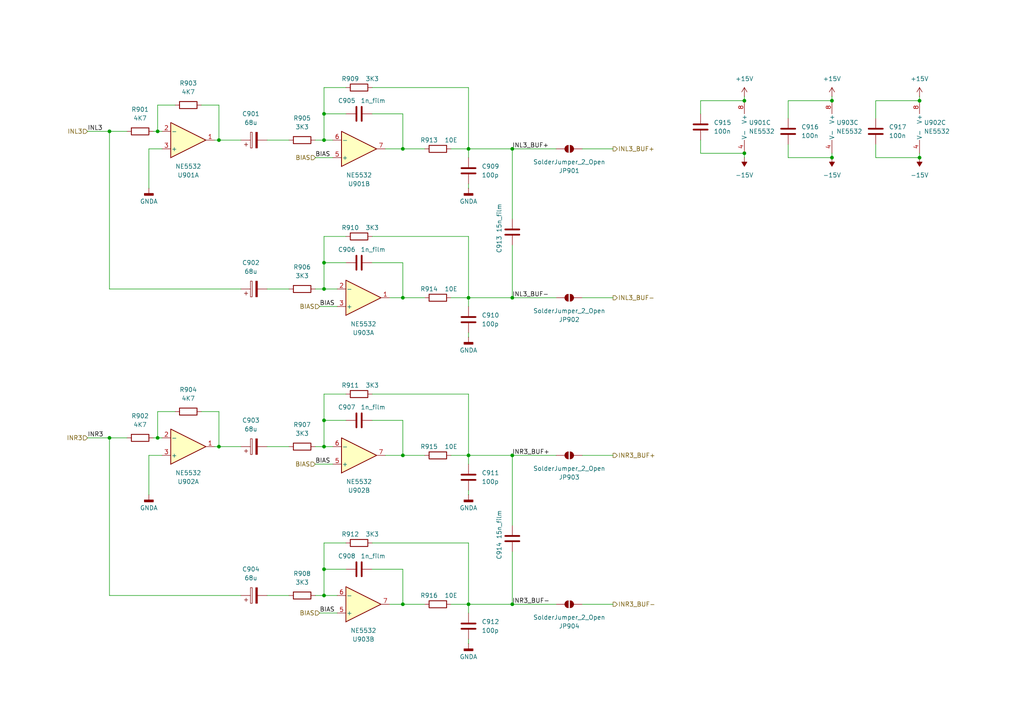
<source format=kicad_sch>
(kicad_sch (version 20250114) (generator "eeschema") (generator_version "9.0")
  (paper "A4")
  (lib_symbols
    (symbol "Amplifier_Operational:NE5532" (pin_names (offset 0.127))
      (property "Reference" "U" (at 0 5.08 0))
      (property "Value" "NE5532" (at 0 -5.08 0))
      (symbol "NE5532_1_1"
        (polyline (pts (xy -5.08 5.08) (xy 5.08 0) (xy -5.08 -5.08) (xy -5.08 5.08)) (stroke (width 0.254)) (fill (type background)))
        (pin input line (at -7.62 2.54 0) (length 2.54) (name "+") (number "3"))
        (pin input line (at -7.62 -2.54 0) (length 2.54) (name "-") (number "2"))
        (pin output line (at 7.62 0 180) (length 2.54) (name "~") (number "1"))
      )
      (symbol "NE5532_2_1"
        (polyline (pts (xy -5.08 5.08) (xy 5.08 0) (xy -5.08 -5.08) (xy -5.08 5.08)) (stroke (width 0.254)) (fill (type background)))
        (pin input line (at -7.62 2.54 0) (length 2.54) (name "+") (number "5"))
        (pin input line (at -7.62 -2.54 0) (length 2.54) (name "-") (number "6"))
        (pin output line (at 7.62 0 180) (length 2.54) (name "~") (number "7"))
      )
      (symbol "NE5532_3_1"
        (pin power_in line (at -2.54 7.62 270) (length 3.81) (name "V+") (number "8"))
        (pin power_in line (at -2.54 -7.62 90) (length 3.81) (name "V-") (number "4"))
      )
    )
    (symbol "Device:C" (pin_numbers (hide yes)) (pin_names (offset 0.254))
      (property "Reference" "C" (at 0.635 2.54 0))
      (property "Value" "C" (at 0.635 -2.54 0))
      (symbol "C_0_1"
        (polyline (pts (xy -2.032 0.762) (xy 2.032 0.762)) (stroke (width 0.508)))
        (polyline (pts (xy -2.032 -0.762) (xy 2.032 -0.762)) (stroke (width 0.508)))
      )
      (symbol "C_1_1"
        (pin passive line (at 0 3.81 270) (length 2.794) (name "~") (number "1"))
        (pin passive line (at 0 -3.81 90) (length 2.794) (name "~") (number "2"))
      )
    )
    (symbol "Device:C_Polarized" (pin_numbers (hide yes)) (pin_names (offset 0.254))
      (property "Reference" "C" (at 0.635 2.54 0))
      (property "Value" "C_Polarized" (at 0.635 -2.54 0))
      (symbol "C_Polarized_0_1"
        (rectangle (start -2.286 0.508) (end 2.286 1.016))
        (polyline (pts (xy -1.778 2.286) (xy -0.762 2.286)))
        (polyline (pts (xy -1.27 2.794) (xy -1.27 1.778)))
        (rectangle (start 2.286 -0.508) (end -2.286 -1.016) (fill (type outline)))
      )
      (symbol "C_Polarized_1_1"
        (pin passive line (at 0 3.81 270) (length 2.794) (name "~") (number "1"))
        (pin passive line (at 0 -3.81 90) (length 2.794) (name "~") (number "2"))
      )
    )
    (symbol "Device:R" (pin_numbers (hide yes)) (pin_names (offset 0))
      (property "Reference" "R" (at 2.032 0 90))
      (property "Value" "R" (at 0 0 90))
      (symbol "R_0_1"
        (rectangle (start -1.016 -2.54) (end 1.016 2.54) (stroke (width 0.254)))
      )
      (symbol "R_1_1"
        (pin passive line (at 0 3.81 270) (length 1.27) (name "~") (number "1"))
        (pin passive line (at 0 -3.81 90) (length 1.27) (name "~") (number "2"))
      )
    )
    (symbol "Jumper:SolderJumper_2_Open" (pin_numbers (hide yes)) (pin_names (offset 0) (hide yes)) (in_bom no)
      (property "Reference" "JP" (at 0 2.032 0))
      (property "Value" "SolderJumper_2_Open" (at 0 -2.54 0))
      (symbol "SolderJumper_2_Open_0_1"
        (polyline (pts (xy -0.254 1.016) (xy -0.254 -1.016)))
        (arc (start -0.254 -1.016) (mid -1.2656 0) (end -0.254 1.016))
        (arc (start -0.254 -1.016) (mid -1.2656 0) (end -0.254 1.016) (fill (type outline)))
        (arc (start 0.254 1.016) (mid 1.2656 0) (end 0.254 -1.016))
        (arc (start 0.254 1.016) (mid 1.2656 0) (end 0.254 -1.016) (fill (type outline)))
        (polyline (pts (xy 0.254 1.016) (xy 0.254 -1.016)))
      )
      (symbol "SolderJumper_2_Open_1_1"
        (pin passive line (at -3.81 0 0) (length 2.54) (name "A") (number "1"))
        (pin passive line (at 3.81 0 180) (length 2.54) (name "B") (number "2"))
      )
    )
    (symbol "power:+15V" (power) (pin_numbers (hide yes)) (pin_names (offset 0) (hide yes))
      (property "Value" "+15V" (at 0 3.556 0))
      (symbol "+15V_0_1"
        (polyline (pts (xy -0.762 1.27) (xy 0 2.54)))
        (polyline (pts (xy 0 2.54) (xy 0.762 1.27)))
        (polyline (pts (xy 0 0) (xy 0 2.54)))
      )
      (symbol "+15V_1_1"
        (pin power_in line (at 0 0 90) (length 0) (name "~") (number "1"))
      )
    )
    (symbol "power:-15V" (power) (pin_numbers (hide yes)) (pin_names (offset 0) (hide yes))
      (property "Value" "-15V" (at 0 3.556 0))
      (symbol "-15V_0_0"
        (pin power_in line (at 0 0 90) (length 0) (name "~") (number "1"))
      )
      (symbol "-15V_0_1"
        (polyline (pts (xy 0 0) (xy 0 1.27) (xy 0.762 1.27) (xy 0 2.54) (xy -0.762 1.27) (xy 0 1.27)) (fill (type outline)))
      )
    )
    (symbol "power:GNDD" (power) (pin_numbers (hide yes)) (pin_names (offset 0) (hide yes))
      (property "Value" "GNDD" (at 0 -3.175 0))
      (symbol "GNDD_0_1"
        (rectangle (start -1.27 -1.524) (end 1.27 -2.032) (stroke (width 0.254)) (fill (type outline)))
        (polyline (pts (xy 0 0) (xy 0 -1.524)))
      )
      (symbol "GNDD_1_1"
        (pin power_in line (at 0 0 270) (length 0) (name "~") (number "1"))
      )
    )
  )
  (junction (at 148.59 132.08))
  (junction (at 266.7 29.21))
  (junction (at 215.9 29.21))
  (junction (at 93.98 33.02))
  (junction (at 31.75 38.1))
  (junction (at 135.89 175.26))
  (junction (at 93.98 40.64))
  (junction (at 63.5 129.54))
  (junction (at 93.98 165.1))
  (junction (at 135.89 86.36))
  (junction (at 148.59 175.26))
  (junction (at 31.75 127))
  (junction (at 45.72 38.1))
  (junction (at 116.84 132.08))
  (junction (at 63.5 40.64))
  (junction (at 148.59 86.36))
  (junction (at 241.3 45.72))
  (junction (at 116.84 43.18))
  (junction (at 215.9 44.45))
  (junction (at 116.84 86.36))
  (junction (at 135.89 43.18))
  (junction (at 135.89 132.08))
  (junction (at 93.98 172.72))
  (junction (at 45.72 127))
  (junction (at 93.98 129.54))
  (junction (at 241.3 29.21))
  (junction (at 116.84 175.26))
  (junction (at 93.98 76.2))
  (junction (at 266.7 45.72))
  (junction (at 93.98 83.82))
  (junction (at 93.98 121.92))
  (junction (at 148.59 43.18))
  (wire (pts (xy 43.18 43.18) (xy 43.18 54.61)))
  (wire (pts (xy 107.95 114.3) (xy 135.89 114.3)))
  (wire (pts (xy 135.89 43.18) (xy 148.59 43.18)))
  (wire (pts (xy 228.6 45.72) (xy 241.3 45.72)))
  (wire (pts (xy 62.23 129.54) (xy 63.5 129.54)))
  (wire (pts (xy 45.72 127) (xy 46.99 127)))
  (wire (pts (xy 254 45.72) (xy 266.7 45.72)))
  (wire (pts (xy 31.75 83.82) (xy 31.75 38.1)))
  (wire (pts (xy 241.3 27.94) (xy 241.3 29.21)))
  (wire (pts (xy 107.95 25.4) (xy 135.89 25.4)))
  (wire (pts (xy 92.71 177.8) (xy 97.79 177.8)))
  (wire (pts (xy 63.5 119.38) (xy 63.5 129.54)))
  (wire (pts (xy 31.75 38.1) (xy 36.83 38.1)))
  (wire (pts (xy 116.84 43.18) (xy 123.19 43.18)))
  (wire (pts (xy 135.89 86.36) (xy 148.59 86.36)))
  (wire (pts (xy 116.84 86.36) (xy 123.19 86.36)))
  (wire (pts (xy 228.6 41.91) (xy 228.6 45.72)))
  (wire (pts (xy 116.84 76.2) (xy 116.84 86.36)))
  (wire (pts (xy 50.8 30.48) (xy 45.72 30.48)))
  (wire (pts (xy 130.81 175.26) (xy 135.89 175.26)))
  (wire (pts (xy 46.99 132.08) (xy 43.18 132.08)))
  (wire (pts (xy 77.47 83.82) (xy 83.82 83.82)))
  (wire (pts (xy 46.99 43.18) (xy 43.18 43.18)))
  (wire (pts (xy 135.89 43.18) (xy 130.81 43.18)))
  (wire (pts (xy 50.8 119.38) (xy 45.72 119.38)))
  (wire (pts (xy 203.2 40.64) (xy 203.2 44.45)))
  (wire (pts (xy 241.3 44.45) (xy 241.3 45.72)))
  (wire (pts (xy 77.47 129.54) (xy 83.82 129.54)))
  (wire (pts (xy 69.85 83.82) (xy 31.75 83.82)))
  (wire (pts (xy 91.44 134.62) (xy 96.52 134.62)))
  (wire (pts (xy 107.95 157.48) (xy 135.89 157.48)))
  (wire (pts (xy 44.45 127) (xy 45.72 127)))
  (wire (pts (xy 215.9 44.45) (xy 215.9 45.72)))
  (wire (pts (xy 135.89 175.26) (xy 135.89 177.8)))
  (wire (pts (xy 116.84 165.1) (xy 116.84 175.26)))
  (wire (pts (xy 93.98 157.48) (xy 93.98 165.1)))
  (wire (pts (xy 116.84 121.92) (xy 116.84 132.08)))
  (wire (pts (xy 130.81 86.36) (xy 135.89 86.36)))
  (wire (pts (xy 113.03 175.26) (xy 116.84 175.26)))
  (wire (pts (xy 107.95 68.58) (xy 135.89 68.58)))
  (wire (pts (xy 58.42 119.38) (xy 63.5 119.38)))
  (wire (pts (xy 135.89 25.4) (xy 135.89 43.18)))
  (wire (pts (xy 91.44 45.72) (xy 96.52 45.72)))
  (wire (pts (xy 45.72 30.48) (xy 45.72 38.1)))
  (wire (pts (xy 77.47 172.72) (xy 83.82 172.72)))
  (wire (pts (xy 135.89 132.08) (xy 130.81 132.08)))
  (wire (pts (xy 62.23 40.64) (xy 63.5 40.64)))
  (wire (pts (xy 93.98 25.4) (xy 93.98 33.02)))
  (wire (pts (xy 45.72 119.38) (xy 45.72 127)))
  (wire (pts (xy 31.75 127) (xy 36.83 127)))
  (wire (pts (xy 100.33 114.3) (xy 93.98 114.3)))
  (wire (pts (xy 25.4 127) (xy 31.75 127)))
  (wire (pts (xy 116.84 132.08) (xy 123.19 132.08)))
  (wire (pts (xy 148.59 175.26) (xy 148.59 160.02)))
  (wire (pts (xy 91.44 129.54) (xy 93.98 129.54)))
  (wire (pts (xy 203.2 29.21) (xy 203.2 33.02)))
  (wire (pts (xy 135.89 157.48) (xy 135.89 175.26)))
  (wire (pts (xy 107.95 121.92) (xy 116.84 121.92)))
  (wire (pts (xy 91.44 40.64) (xy 93.98 40.64)))
  (wire (pts (xy 135.89 43.18) (xy 135.89 45.72)))
  (wire (pts (xy 203.2 29.21) (xy 215.9 29.21)))
  (wire (pts (xy 135.89 132.08) (xy 135.89 134.62)))
  (wire (pts (xy 25.4 38.1) (xy 31.75 38.1)))
  (wire (pts (xy 135.89 86.36) (xy 135.89 88.9)))
  (wire (pts (xy 228.6 29.21) (xy 228.6 34.29)))
  (wire (pts (xy 254 29.21) (xy 266.7 29.21)))
  (wire (pts (xy 100.33 76.2) (xy 93.98 76.2)))
  (wire (pts (xy 45.72 38.1) (xy 46.99 38.1)))
  (wire (pts (xy 148.59 86.36) (xy 161.29 86.36)))
  (wire (pts (xy 116.84 175.26) (xy 123.19 175.26)))
  (wire (pts (xy 228.6 29.21) (xy 241.3 29.21)))
  (wire (pts (xy 266.7 44.45) (xy 266.7 45.72)))
  (wire (pts (xy 148.59 132.08) (xy 161.29 132.08)))
  (wire (pts (xy 92.71 88.9) (xy 97.79 88.9)))
  (wire (pts (xy 100.33 68.58) (xy 93.98 68.58)))
  (wire (pts (xy 135.89 142.24) (xy 135.89 143.51)))
  (wire (pts (xy 93.98 165.1) (xy 93.98 172.72)))
  (wire (pts (xy 93.98 83.82) (xy 97.79 83.82)))
  (wire (pts (xy 168.91 86.36) (xy 177.8 86.36)))
  (wire (pts (xy 93.98 121.92) (xy 93.98 129.54)))
  (wire (pts (xy 113.03 86.36) (xy 116.84 86.36)))
  (wire (pts (xy 43.18 132.08) (xy 43.18 143.51)))
  (wire (pts (xy 168.91 43.18) (xy 177.8 43.18)))
  (wire (pts (xy 63.5 30.48) (xy 63.5 40.64)))
  (wire (pts (xy 135.89 175.26) (xy 148.59 175.26)))
  (wire (pts (xy 148.59 132.08) (xy 148.59 152.4)))
  (wire (pts (xy 77.47 40.64) (xy 83.82 40.64)))
  (wire (pts (xy 168.91 132.08) (xy 177.8 132.08)))
  (wire (pts (xy 93.98 114.3) (xy 93.98 121.92)))
  (wire (pts (xy 148.59 43.18) (xy 161.29 43.18)))
  (wire (pts (xy 58.42 30.48) (xy 63.5 30.48)))
  (wire (pts (xy 135.89 68.58) (xy 135.89 86.36)))
  (wire (pts (xy 116.84 33.02) (xy 116.84 43.18)))
  (wire (pts (xy 93.98 172.72) (xy 97.79 172.72)))
  (wire (pts (xy 91.44 172.72) (xy 93.98 172.72)))
  (wire (pts (xy 63.5 129.54) (xy 69.85 129.54)))
  (wire (pts (xy 215.9 27.94) (xy 215.9 29.21)))
  (wire (pts (xy 31.75 172.72) (xy 31.75 127)))
  (wire (pts (xy 93.98 76.2) (xy 93.98 83.82)))
  (wire (pts (xy 100.33 121.92) (xy 93.98 121.92)))
  (wire (pts (xy 63.5 40.64) (xy 69.85 40.64)))
  (wire (pts (xy 148.59 86.36) (xy 148.59 71.12)))
  (wire (pts (xy 135.89 53.34) (xy 135.89 54.61)))
  (wire (pts (xy 135.89 114.3) (xy 135.89 132.08)))
  (wire (pts (xy 93.98 33.02) (xy 93.98 40.64)))
  (wire (pts (xy 100.33 157.48) (xy 93.98 157.48)))
  (wire (pts (xy 135.89 96.52) (xy 135.89 97.79)))
  (wire (pts (xy 69.85 172.72) (xy 31.75 172.72)))
  (wire (pts (xy 266.7 27.94) (xy 266.7 29.21)))
  (wire (pts (xy 93.98 68.58) (xy 93.98 76.2)))
  (wire (pts (xy 93.98 129.54) (xy 96.52 129.54)))
  (wire (pts (xy 254 29.21) (xy 254 34.29)))
  (wire (pts (xy 148.59 43.18) (xy 148.59 63.5)))
  (wire (pts (xy 135.89 132.08) (xy 148.59 132.08)))
  (wire (pts (xy 107.95 165.1) (xy 116.84 165.1)))
  (wire (pts (xy 91.44 83.82) (xy 93.98 83.82)))
  (wire (pts (xy 203.2 44.45) (xy 215.9 44.45)))
  (wire (pts (xy 44.45 38.1) (xy 45.72 38.1)))
  (wire (pts (xy 254 41.91) (xy 254 45.72)))
  (wire (pts (xy 100.33 33.02) (xy 93.98 33.02)))
  (wire (pts (xy 107.95 76.2) (xy 116.84 76.2)))
  (wire (pts (xy 107.95 33.02) (xy 116.84 33.02)))
  (wire (pts (xy 148.59 175.26) (xy 161.29 175.26)))
  (wire (pts (xy 116.84 132.08) (xy 111.76 132.08)))
  (wire (pts (xy 93.98 40.64) (xy 96.52 40.64)))
  (wire (pts (xy 100.33 165.1) (xy 93.98 165.1)))
  (wire (pts (xy 168.91 175.26) (xy 177.8 175.26)))
  (wire (pts (xy 100.33 25.4) (xy 93.98 25.4)))
  (wire (pts (xy 135.89 185.42) (xy 135.89 186.69)))
  (wire (pts (xy 116.84 43.18) (xy 111.76 43.18)))
  (label "BIAS" (at 91.44 134.62 0))
  (label "BIAS" (at 92.71 88.9 0))
  (label "INR3" (at 25.4 127 0))
  (label "INL3_BUF+" (at 148.59 43.18 0))
  (label "INL3" (at 25.4 38.1 0))
  (label "BIAS" (at 92.71 177.8 0))
  (label "BIAS" (at 91.44 45.72 0))
  (label "INR3_BUF-" (at 148.59 175.26 0))
  (label "INR3_BUF+" (at 148.59 132.08 0))
  (label "INL3_BUF-" (at 148.59 86.36 0))
  (hierarchical_label "BIAS" (shape input) (at 92.71 88.9 180))
  (hierarchical_label "BIAS" (shape input) (at 91.44 134.62 180))
  (hierarchical_label "INR3_BUF+" (shape output) (at 177.8 132.08 0))
  (hierarchical_label "INL3_BUF-" (shape output) (at 177.8 86.36 0))
  (hierarchical_label "INR3" (shape input) (at 25.4 127 180))
  (hierarchical_label "BIAS" (shape input) (at 92.71 177.8 180))
  (hierarchical_label "INL3_BUF+" (shape output) (at 177.8 43.18 0))
  (hierarchical_label "BIAS" (shape input) (at 91.5136 45.72 180))
  (hierarchical_label "INL3" (shape input) (at 25.4 38.1 180))
  (hierarchical_label "INR3_BUF-" (shape output) (at 177.8 175.26 0))
  (symbol (lib_id "Device:R") (at 104.14 68.58 90) (unit 1)
    (property "Reference" "R910" (at 101.6 66.04 90))
    (property "Value" "3K3" (at 107.95 66.04 90))
    (property "Footprint" "Resistor_SMD:R_0603_1608Metric_Pad0.98x0.95mm_HandSolder" (effects (hide yes)))
    (property "Description" "Resistor" (effects (hide yes)))
  )
  (symbol (lib_id "Device:C") (at 135.89 138.43 0) (unit 1)
    (property "Reference" "C911" (at 139.7 137.1599 0) (effects (justify left)))
    (property "Value" "100p" (at 139.7 139.6999 0) (effects (justify left)))
    (property "Footprint" "Capacitor_SMD:C_0603_1608Metric_Pad1.08x0.95mm_HandSolder" (effects (hide yes)))
    (property "Description" "Unpolarized capacitor" (effects (hide yes)))
  )
  (symbol (lib_id "power:+15V") (at 241.3 27.94 0) (unit 1)
    (property "Reference" "#PWR0909" (effects (hide yes)))
    (property "Value" "+15V" (at 241.3 22.86 0))
    (property "Description" "Power symbol creates a global label with name \"+15V\"" (effects (hide yes)))
  )
  (symbol (lib_id "Jumper:SolderJumper_2_Open") (at 165.1 175.26 180) (unit 1) (in_bom no)
    (property "Reference" "JP904" (at 165.1 181.61 0))
    (property "Value" "SolderJumper_2_Open" (at 165.1 179.07 0))
    (property "Footprint" "Jumper:SolderJumper-2_P1.3mm_Open_Pad1.0x1.5mm" (effects (hide yes)))
    (property "Description" "Solder Jumper, 2-pole, open" (effects (hide yes)))
  )
  (symbol (lib_id "Device:R") (at 87.63 129.54 90) (unit 1)
    (property "Reference" "R907" (at 87.63 123.19 90))
    (property "Value" "3K3" (at 87.63 125.73 90))
    (property "Footprint" "Resistor_SMD:R_0603_1608Metric_Pad0.98x0.95mm_HandSolder" (effects (hide yes)))
    (property "Description" "Resistor" (effects (hide yes)))
  )
  (symbol (lib_id "Device:R") (at 127 132.08 90) (unit 1)
    (property "Reference" "R915" (at 124.46 129.54 90))
    (property "Value" "10E" (at 130.81 129.54 90))
    (property "Footprint" "Resistor_SMD:R_0603_1608Metric_Pad0.98x0.95mm_HandSolder" (effects (hide yes)))
    (property "Description" "Resistor" (effects (hide yes)))
  )
  (symbol (lib_id "Amplifier_Operational:NE5532") (at 105.41 175.26 0) (mirror x) (unit 2)
    (property "Reference" "U903" (at 105.41 185.42 0))
    (property "Value" "NE5532" (at 105.41 182.88 0))
    (property "Datasheet" "http://www.ti.com/lit/ds/symlink/ne5532.pdf" (effects (hide yes)))
    (property "Description" "Dual Low-Noise Operational Amplifiers, DIP-8/SOIC-8" (effects (hide yes)))
  )
  (symbol (lib_id "Device:C") (at 148.59 67.31 180) (unit 1)
    (property "Reference" "C913" (at 144.78 70.866 90))
    (property "Value" "15n_film" (at 144.78 63.246 90))
    (property "Footprint" "Capacitor_SMD:C_0603_1608Metric_Pad1.08x0.95mm_HandSolder" (effects (hide yes)))
    (property "Description" "Unpolarized capacitor" (effects (hide yes)))
  )
  (symbol (lib_id "power:-15V") (at 215.9 45.72 180) (unit 1)
    (property "Reference" "#PWR0908" (effects (hide yes)))
    (property "Value" "-15V" (at 215.9 50.8 0))
    (property "Description" "Power symbol creates a global label with name \"-15V\"" (effects (hide yes)))
  )
  (symbol (lib_id "Device:C") (at 254 38.1 0) (unit 1)
    (property "Reference" "C917" (at 257.81 36.8299 0) (effects (justify left)))
    (property "Value" "100n" (at 257.81 39.3699 0) (effects (justify left)))
    (property "Footprint" "Capacitor_SMD:C_0603_1608Metric_Pad1.08x0.95mm_HandSolder" (effects (hide yes)))
    (property "Description" "Unpolarized capacitor" (effects (hide yes)))
  )
  (symbol (lib_id "power:-15V") (at 266.7 45.72 180) (unit 1)
    (property "Reference" "#PWR0912" (effects (hide yes)))
    (property "Value" "-15V" (at 266.7 50.8 0))
    (property "Description" "Power symbol creates a global label with name \"-15V\"" (effects (hide yes)))
  )
  (symbol (lib_id "Amplifier_Operational:NE5532") (at 105.41 86.36 0) (mirror x) (unit 1)
    (property "Reference" "U903" (at 105.41 96.52 0))
    (property "Value" "NE5532" (at 105.41 93.98 0))
    (property "Datasheet" "http://www.ti.com/lit/ds/symlink/ne5532.pdf" (effects (hide yes)))
    (property "Description" "Dual Low-Noise Operational Amplifiers, DIP-8/SOIC-8" (effects (hide yes)))
  )
  (symbol (lib_id "Device:C") (at 203.2 36.83 0) (unit 1)
    (property "Reference" "C915" (at 207.01 35.5599 0) (effects (justify left)))
    (property "Value" "100n" (at 207.01 38.0999 0) (effects (justify left)))
    (property "Footprint" "Capacitor_SMD:C_0603_1608Metric_Pad1.08x0.95mm_HandSolder" (effects (hide yes)))
    (property "Description" "Unpolarized capacitor" (effects (hide yes)))
  )
  (symbol (lib_id "Device:C") (at 104.14 165.1 90) (unit 1)
    (property "Reference" "C908" (at 100.584 161.29 90))
    (property "Value" "1n_film" (at 108.204 161.29 90))
    (property "Footprint" "Capacitor_SMD:C_0603_1608Metric_Pad1.08x0.95mm_HandSolder" (effects (hide yes)))
    (property "Description" "Unpolarized capacitor" (effects (hide yes)))
  )
  (symbol (lib_id "power:-15V") (at 241.3 45.72 180) (unit 1)
    (property "Reference" "#PWR0910" (effects (hide yes)))
    (property "Value" "-15V" (at 241.3 50.8 0))
    (property "Description" "Power symbol creates a global label with name \"-15V\"" (effects (hide yes)))
  )
  (symbol (lib_id "power:GNDD") (at 135.89 186.69 0) (unit 1)
    (property "Reference" "#PWR0906" (effects (hide yes)))
    (property "Value" "GNDA" (at 135.89 190.5 0))
    (property "Description" "Power symbol creates a global label with name \"GNDD\" , digital ground" (effects (hide yes)))
  )
  (symbol (lib_id "Device:R") (at 127 43.18 90) (unit 1)
    (property "Reference" "R913" (at 124.46 40.64 90))
    (property "Value" "10E" (at 130.81 40.64 90))
    (property "Footprint" "Resistor_SMD:R_0603_1608Metric_Pad0.98x0.95mm_HandSolder" (effects (hide yes)))
    (property "Description" "Resistor" (effects (hide yes)))
  )
  (symbol (lib_id "Device:R") (at 54.61 119.38 90) (unit 1)
    (property "Reference" "R904" (at 54.61 113.03 90))
    (property "Value" "4K7" (at 54.61 115.57 90))
    (property "Footprint" "Resistor_SMD:R_0603_1608Metric_Pad0.98x0.95mm_HandSolder" (effects (hide yes)))
    (property "Description" "Resistor" (effects (hide yes)))
  )
  (symbol (lib_id "Device:R") (at 104.14 25.4 90) (unit 1)
    (property "Reference" "R909" (at 101.6 22.86 90))
    (property "Value" "3K3" (at 107.95 22.86 90))
    (property "Footprint" "Resistor_SMD:R_0603_1608Metric_Pad0.98x0.95mm_HandSolder" (effects (hide yes)))
    (property "Description" "Resistor" (effects (hide yes)))
  )
  (symbol (lib_id "Amplifier_Operational:NE5532") (at 54.61 40.64 0) (mirror x) (unit 1)
    (property "Reference" "U901" (at 54.61 50.8 0))
    (property "Value" "NE5532" (at 54.61 48.26 0))
    (property "Datasheet" "http://www.ti.com/lit/ds/symlink/ne5532.pdf" (effects (hide yes)))
    (property "Description" "Dual Low-Noise Operational Amplifiers, DIP-8/SOIC-8" (effects (hide yes)))
  )
  (symbol (lib_id "Device:R") (at 40.64 38.1 90) (unit 1)
    (property "Reference" "R901" (at 40.64 31.75 90))
    (property "Value" "4K7" (at 40.64 34.29 90))
    (property "Footprint" "Resistor_SMD:R_0603_1608Metric_Pad0.98x0.95mm_HandSolder" (effects (hide yes)))
    (property "Description" "Resistor" (effects (hide yes)))
  )
  (symbol (lib_id "Device:R") (at 104.14 157.48 90) (unit 1)
    (property "Reference" "R912" (at 101.6 154.94 90))
    (property "Value" "3K3" (at 107.95 154.94 90))
    (property "Footprint" "Resistor_SMD:R_0603_1608Metric_Pad0.98x0.95mm_HandSolder" (effects (hide yes)))
    (property "Description" "Resistor" (effects (hide yes)))
  )
  (symbol (lib_id "Amplifier_Operational:NE5532") (at 218.44 36.83 0) (unit 3)
    (property "Reference" "U901" (at 217.17 35.5599 0) (effects (justify left)))
    (property "Value" "NE5532" (at 217.17 38.0999 0) (effects (justify left)))
    (property "Datasheet" "http://www.ti.com/lit/ds/symlink/ne5532.pdf" (effects (hide yes)))
    (property "Description" "Dual Low-Noise Operational Amplifiers, DIP-8/SOIC-8" (effects (hide yes)))
  )
  (symbol (lib_id "power:+15V") (at 215.9 27.94 0) (unit 1)
    (property "Reference" "#PWR0907" (effects (hide yes)))
    (property "Value" "+15V" (at 215.9 22.86 0))
    (property "Description" "Power symbol creates a global label with name \"+15V\"" (effects (hide yes)))
  )
  (symbol (lib_id "Device:C") (at 104.14 33.02 90) (unit 1)
    (property "Reference" "C905" (at 100.584 29.21 90))
    (property "Value" "1n_film" (at 108.204 29.21 90))
    (property "Footprint" "Capacitor_SMD:C_0603_1608Metric_Pad1.08x0.95mm_HandSolder" (effects (hide yes)))
    (property "Description" "Unpolarized capacitor" (effects (hide yes)))
  )
  (symbol (lib_id "Device:R") (at 40.64 127 90) (unit 1)
    (property "Reference" "R902" (at 40.64 120.65 90))
    (property "Value" "4K7" (at 40.64 123.19 90))
    (property "Footprint" "Resistor_SMD:R_0603_1608Metric_Pad0.98x0.95mm_HandSolder" (effects (hide yes)))
    (property "Description" "Resistor" (effects (hide yes)))
  )
  (symbol (lib_id "power:GNDD") (at 135.89 54.61 0) (unit 1)
    (property "Reference" "#PWR0903" (effects (hide yes)))
    (property "Value" "GNDA" (at 135.89 58.42 0))
    (property "Description" "Power symbol creates a global label with name \"GNDD\" , digital ground" (effects (hide yes)))
  )
  (symbol (lib_id "Jumper:SolderJumper_2_Open") (at 165.1 43.18 180) (unit 1) (in_bom no)
    (property "Reference" "JP901" (at 165.1 49.53 0))
    (property "Value" "SolderJumper_2_Open" (at 165.1 46.99 0))
    (property "Footprint" "Jumper:SolderJumper-2_P1.3mm_Open_Pad1.0x1.5mm" (effects (hide yes)))
    (property "Description" "Solder Jumper, 2-pole, open" (effects (hide yes)))
  )
  (symbol (lib_id "Device:R") (at 87.63 83.82 90) (unit 1)
    (property "Reference" "R906" (at 87.63 77.47 90))
    (property "Value" "3K3" (at 87.63 80.01 90))
    (property "Footprint" "Resistor_SMD:R_0603_1608Metric_Pad0.98x0.95mm_HandSolder" (effects (hide yes)))
    (property "Description" "Resistor" (effects (hide yes)))
  )
  (symbol (lib_id "Device:C") (at 228.6 38.1 0) (unit 1)
    (property "Reference" "C916" (at 232.41 36.8299 0) (effects (justify left)))
    (property "Value" "100n" (at 232.41 39.3699 0) (effects (justify left)))
    (property "Footprint" "Capacitor_SMD:C_0603_1608Metric_Pad1.08x0.95mm_HandSolder" (effects (hide yes)))
    (property "Description" "Unpolarized capacitor" (effects (hide yes)))
  )
  (symbol (lib_id "power:GNDD") (at 135.89 97.79 0) (unit 1)
    (property "Reference" "#PWR0904" (effects (hide yes)))
    (property "Value" "GNDA" (at 135.89 101.6 0))
    (property "Description" "Power symbol creates a global label with name \"GNDD\" , digital ground" (effects (hide yes)))
  )
  (symbol (lib_id "Device:R") (at 104.14 114.3 90) (unit 1)
    (property "Reference" "R911" (at 101.6 111.76 90))
    (property "Value" "3K3" (at 107.95 111.76 90))
    (property "Footprint" "Resistor_SMD:R_0603_1608Metric_Pad0.98x0.95mm_HandSolder" (effects (hide yes)))
    (property "Description" "Resistor" (effects (hide yes)))
  )
  (symbol (lib_id "Amplifier_Operational:NE5532") (at 104.14 43.18 0) (mirror x) (unit 2)
    (property "Reference" "U901" (at 104.14 53.34 0))
    (property "Value" "NE5532" (at 104.14 50.8 0))
    (property "Datasheet" "http://www.ti.com/lit/ds/symlink/ne5532.pdf" (effects (hide yes)))
    (property "Description" "Dual Low-Noise Operational Amplifiers, DIP-8/SOIC-8" (effects (hide yes)))
  )
  (symbol (lib_id "power:GNDD") (at 43.18 54.61 0) (unit 1)
    (property "Reference" "#PWR0901" (effects (hide yes)))
    (property "Value" "GNDA" (at 43.18 58.42 0))
    (property "Description" "Power symbol creates a global label with name \"GNDD\" , digital ground" (effects (hide yes)))
  )
  (symbol (lib_id "Device:C") (at 135.89 181.61 0) (unit 1)
    (property "Reference" "C912" (at 139.7 180.3399 0) (effects (justify left)))
    (property "Value" "100p" (at 139.7 182.8799 0) (effects (justify left)))
    (property "Footprint" "Capacitor_SMD:C_0603_1608Metric_Pad1.08x0.95mm_HandSolder" (effects (hide yes)))
    (property "Description" "Unpolarized capacitor" (effects (hide yes)))
  )
  (symbol (lib_id "Device:R") (at 127 175.26 90) (unit 1)
    (property "Reference" "R916" (at 124.46 172.72 90))
    (property "Value" "10E" (at 130.81 172.72 90))
    (property "Footprint" "Resistor_SMD:R_0603_1608Metric_Pad0.98x0.95mm_HandSolder" (effects (hide yes)))
    (property "Description" "Resistor" (effects (hide yes)))
  )
  (symbol (lib_id "Device:C") (at 135.89 49.53 0) (unit 1)
    (property "Reference" "C909" (at 139.7 48.2599 0) (effects (justify left)))
    (property "Value" "100p" (at 139.7 50.7999 0) (effects (justify left)))
    (property "Footprint" "Capacitor_SMD:C_0603_1608Metric_Pad1.08x0.95mm_HandSolder" (effects (hide yes)))
    (property "Description" "Unpolarized capacitor" (effects (hide yes)))
  )
  (symbol (lib_id "power:+15V") (at 266.7 27.94 0) (unit 1)
    (property "Reference" "#PWR0911" (effects (hide yes)))
    (property "Value" "+15V" (at 266.7 22.86 0))
    (property "Description" "Power symbol creates a global label with name \"+15V\"" (effects (hide yes)))
  )
  (symbol (lib_id "Amplifier_Operational:NE5532") (at 54.61 129.54 0) (mirror x) (unit 1)
    (property "Reference" "U902" (at 54.61 139.7 0))
    (property "Value" "NE5532" (at 54.61 137.16 0))
    (property "Datasheet" "http://www.ti.com/lit/ds/symlink/ne5532.pdf" (effects (hide yes)))
    (property "Description" "Dual Low-Noise Operational Amplifiers, DIP-8/SOIC-8" (effects (hide yes)))
  )
  (symbol (lib_id "Jumper:SolderJumper_2_Open") (at 165.1 132.08 180) (unit 1) (in_bom no)
    (property "Reference" "JP903" (at 165.1 138.43 0))
    (property "Value" "SolderJumper_2_Open" (at 165.1 135.89 0))
    (property "Footprint" "Jumper:SolderJumper-2_P1.3mm_Open_Pad1.0x1.5mm" (effects (hide yes)))
    (property "Description" "Solder Jumper, 2-pole, open" (effects (hide yes)))
  )
  (symbol (lib_id "Device:C_Polarized") (at 73.66 83.82 90) (unit 1)
    (property "Reference" "C902" (at 72.771 76.2 90))
    (property "Value" "68u" (at 72.771 78.74 90))
    (property "Description" "Polarized capacitor" (effects (hide yes)))
  )
  (symbol (lib_id "Device:C_Polarized") (at 73.66 40.64 90) (unit 1)
    (property "Reference" "C901" (at 72.771 33.02 90))
    (property "Value" "68u" (at 72.771 35.56 90))
    (property "Description" "Polarized capacitor" (effects (hide yes)))
  )
  (symbol (lib_id "Device:C_Polarized") (at 73.66 129.54 90) (unit 1)
    (property "Reference" "C903" (at 72.771 121.92 90))
    (property "Value" "68u" (at 72.771 124.46 90))
    (property "Description" "Polarized capacitor" (effects (hide yes)))
  )
  (symbol (lib_id "Device:C") (at 135.89 92.71 0) (unit 1)
    (property "Reference" "C910" (at 139.7 91.4399 0) (effects (justify left)))
    (property "Value" "100p" (at 139.7 93.9799 0) (effects (justify left)))
    (property "Footprint" "Capacitor_SMD:C_0603_1608Metric_Pad1.08x0.95mm_HandSolder" (effects (hide yes)))
    (property "Description" "Unpolarized capacitor" (effects (hide yes)))
  )
  (symbol (lib_id "Amplifier_Operational:NE5532") (at 269.24 36.83 0) (unit 3)
    (property "Reference" "U902" (at 267.97 35.5599 0) (effects (justify left)))
    (property "Value" "NE5532" (at 267.97 38.0999 0) (effects (justify left)))
    (property "Datasheet" "http://www.ti.com/lit/ds/symlink/ne5532.pdf" (effects (hide yes)))
    (property "Description" "Dual Low-Noise Operational Amplifiers, DIP-8/SOIC-8" (effects (hide yes)))
  )
  (symbol (lib_id "Device:C_Polarized") (at 73.66 172.72 90) (unit 1)
    (property "Reference" "C904" (at 72.771 165.1 90))
    (property "Value" "68u" (at 72.771 167.64 90))
    (property "Description" "Polarized capacitor" (effects (hide yes)))
  )
  (symbol (lib_id "Device:R") (at 87.63 172.72 90) (unit 1)
    (property "Reference" "R908" (at 87.63 166.37 90))
    (property "Value" "3K3" (at 87.63 168.91 90))
    (property "Footprint" "Resistor_SMD:R_0603_1608Metric_Pad0.98x0.95mm_HandSolder" (effects (hide yes)))
    (property "Description" "Resistor" (effects (hide yes)))
  )
  (symbol (lib_id "Device:R") (at 127 86.36 90) (unit 1)
    (property "Reference" "R914" (at 124.46 83.82 90))
    (property "Value" "10E" (at 130.81 83.82 90))
    (property "Footprint" "Resistor_SMD:R_0603_1608Metric_Pad0.98x0.95mm_HandSolder" (effects (hide yes)))
    (property "Description" "Resistor" (effects (hide yes)))
  )
  (symbol (lib_id "Amplifier_Operational:NE5532") (at 104.14 132.08 0) (mirror x) (unit 2)
    (property "Reference" "U902" (at 104.14 142.24 0))
    (property "Value" "NE5532" (at 104.14 139.7 0))
    (property "Datasheet" "http://www.ti.com/lit/ds/symlink/ne5532.pdf" (effects (hide yes)))
    (property "Description" "Dual Low-Noise Operational Amplifiers, DIP-8/SOIC-8" (effects (hide yes)))
  )
  (symbol (lib_id "Device:R") (at 54.61 30.48 90) (unit 1)
    (property "Reference" "R903" (at 54.61 24.13 90))
    (property "Value" "4K7" (at 54.61 26.67 90))
    (property "Footprint" "Resistor_SMD:R_0603_1608Metric_Pad0.98x0.95mm_HandSolder" (effects (hide yes)))
    (property "Description" "Resistor" (effects (hide yes)))
  )
  (symbol (lib_id "power:GNDD") (at 43.18 143.51 0) (unit 1)
    (property "Reference" "#PWR0902" (effects (hide yes)))
    (property "Value" "GNDA" (at 43.18 147.32 0))
    (property "Description" "Power symbol creates a global label with name \"GNDD\" , digital ground" (effects (hide yes)))
  )
  (symbol (lib_id "Device:R") (at 87.63 40.64 90) (unit 1)
    (property "Reference" "R905" (at 87.63 34.29 90))
    (property "Value" "3K3" (at 87.63 36.83 90))
    (property "Footprint" "Resistor_SMD:R_0603_1608Metric_Pad0.98x0.95mm_HandSolder" (effects (hide yes)))
    (property "Description" "Resistor" (effects (hide yes)))
  )
  (symbol (lib_id "Amplifier_Operational:NE5532") (at 243.84 36.83 0) (unit 3)
    (property "Reference" "U903" (at 242.57 35.5599 0) (effects (justify left)))
    (property "Value" "NE5532" (at 242.57 38.0999 0) (effects (justify left)))
    (property "Datasheet" "http://www.ti.com/lit/ds/symlink/ne5532.pdf" (effects (hide yes)))
    (property "Description" "Dual Low-Noise Operational Amplifiers, DIP-8/SOIC-8" (effects (hide yes)))
  )
  (symbol (lib_id "Jumper:SolderJumper_2_Open") (at 165.1 86.36 180) (unit 1) (in_bom no)
    (property "Reference" "JP902" (at 165.1 92.71 0))
    (property "Value" "SolderJumper_2_Open" (at 165.1 90.17 0))
    (property "Footprint" "Jumper:SolderJumper-2_P1.3mm_Open_Pad1.0x1.5mm" (effects (hide yes)))
    (property "Description" "Solder Jumper, 2-pole, open" (effects (hide yes)))
  )
  (symbol (lib_id "Device:C") (at 104.14 121.92 90) (unit 1)
    (property "Reference" "C907" (at 100.584 118.11 90))
    (property "Value" "1n_film" (at 108.204 118.11 90))
    (property "Footprint" "Capacitor_SMD:C_0603_1608Metric_Pad1.08x0.95mm_HandSolder" (effects (hide yes)))
    (property "Description" "Unpolarized capacitor" (effects (hide yes)))
  )
  (symbol (lib_id "power:GNDD") (at 135.89 143.51 0) (unit 1)
    (property "Reference" "#PWR0905" (effects (hide yes)))
    (property "Value" "GNDA" (at 135.89 147.32 0))
    (property "Description" "Power symbol creates a global label with name \"GNDD\" , digital ground" (effects (hide yes)))
  )
  (symbol (lib_id "Device:C") (at 148.59 156.21 180) (unit 1)
    (property "Reference" "C914" (at 144.78 159.766 90))
    (property "Value" "15n_film" (at 144.78 152.146 90))
    (property "Footprint" "Capacitor_SMD:C_0603_1608Metric_Pad1.08x0.95mm_HandSolder" (effects (hide yes)))
    (property "Description" "Unpolarized capacitor" (effects (hide yes)))
  )
  (symbol (lib_id "Device:C") (at 104.14 76.2 90) (unit 1)
    (property "Reference" "C906" (at 100.584 72.39 90))
    (property "Value" "1n_film" (at 108.204 72.39 90))
    (property "Footprint" "Capacitor_SMD:C_0603_1608Metric_Pad1.08x0.95mm_HandSolder" (effects (hide yes)))
    (property "Description" "Unpolarized capacitor" (effects (hide yes)))
  )
)
</source>
